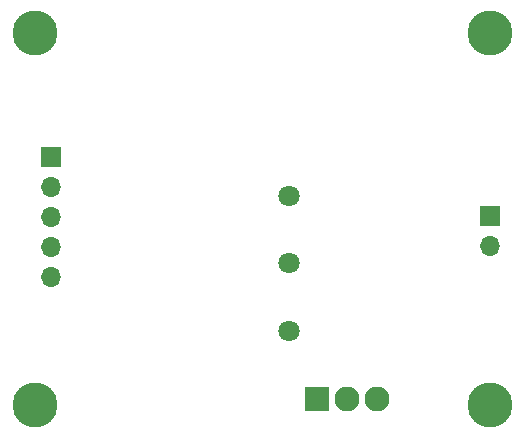
<source format=gbs>
%TF.GenerationSoftware,KiCad,Pcbnew,8.0.1*%
%TF.CreationDate,2025-03-05T11:05:37+00:00*%
%TF.ProjectId,PWM Control Circuit,50574d20-436f-46e7-9472-6f6c20436972,Version 2*%
%TF.SameCoordinates,Original*%
%TF.FileFunction,Soldermask,Bot*%
%TF.FilePolarity,Negative*%
%FSLAX46Y46*%
G04 Gerber Fmt 4.6, Leading zero omitted, Abs format (unit mm)*
G04 Created by KiCad (PCBNEW 8.0.1) date 2025-03-05 11:05:37*
%MOMM*%
%LPD*%
G01*
G04 APERTURE LIST*
G04 Aperture macros list*
%AMRoundRect*
0 Rectangle with rounded corners*
0 $1 Rounding radius*
0 $2 $3 $4 $5 $6 $7 $8 $9 X,Y pos of 4 corners*
0 Add a 4 corners polygon primitive as box body*
4,1,4,$2,$3,$4,$5,$6,$7,$8,$9,$2,$3,0*
0 Add four circle primitives for the rounded corners*
1,1,$1+$1,$2,$3*
1,1,$1+$1,$4,$5*
1,1,$1+$1,$6,$7*
1,1,$1+$1,$8,$9*
0 Add four rect primitives between the rounded corners*
20,1,$1+$1,$2,$3,$4,$5,0*
20,1,$1+$1,$4,$5,$6,$7,0*
20,1,$1+$1,$6,$7,$8,$9,0*
20,1,$1+$1,$8,$9,$2,$3,0*%
G04 Aperture macros list end*
%ADD10C,3.800000*%
%ADD11C,1.800000*%
%ADD12RoundRect,0.102000X-0.955000X-0.955000X0.955000X-0.955000X0.955000X0.955000X-0.955000X0.955000X0*%
%ADD13C,2.114000*%
%ADD14R,1.700000X1.700000*%
%ADD15O,1.700000X1.700000*%
G04 APERTURE END LIST*
D10*
%TO.C,H1*%
X88500000Y-80500000D03*
%TD*%
D11*
%TO.C,+15V_TP1*%
X110000000Y-94325000D03*
%TD*%
%TO.C,GND_TP1*%
X110000000Y-100000000D03*
%TD*%
%TO.C,VG_TP1*%
X110000000Y-105750000D03*
%TD*%
D10*
%TO.C,H3*%
X88500000Y-112000000D03*
%TD*%
D12*
%TO.C,U1*%
X112420000Y-111500000D03*
D13*
X114960000Y-111500000D03*
X117500000Y-111500000D03*
%TD*%
D10*
%TO.C,H4*%
X127000000Y-112000000D03*
%TD*%
D14*
%TO.C,J2*%
X127000000Y-96000000D03*
D15*
X127000000Y-98540000D03*
%TD*%
D10*
%TO.C,H2*%
X127000000Y-80500000D03*
%TD*%
D14*
%TO.C,J1*%
X89850000Y-91030000D03*
D15*
X89850000Y-93570000D03*
X89850000Y-96110000D03*
X89850000Y-98650000D03*
X89850000Y-101190000D03*
%TD*%
M02*

</source>
